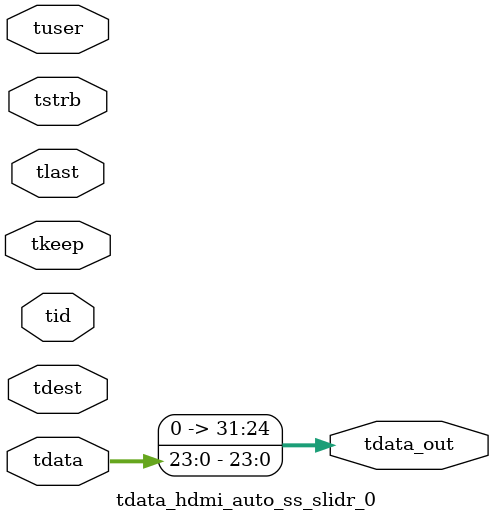
<source format=v>


`timescale 1ps/1ps

module tdata_hdmi_auto_ss_slidr_0 #
(
parameter C_S_AXIS_TDATA_WIDTH = 32,
parameter C_S_AXIS_TUSER_WIDTH = 0,
parameter C_S_AXIS_TID_WIDTH   = 0,
parameter C_S_AXIS_TDEST_WIDTH = 0,
parameter C_M_AXIS_TDATA_WIDTH = 32
)
(
input  [(C_S_AXIS_TDATA_WIDTH == 0 ? 1 : C_S_AXIS_TDATA_WIDTH)-1:0     ] tdata,
input  [(C_S_AXIS_TUSER_WIDTH == 0 ? 1 : C_S_AXIS_TUSER_WIDTH)-1:0     ] tuser,
input  [(C_S_AXIS_TID_WIDTH   == 0 ? 1 : C_S_AXIS_TID_WIDTH)-1:0       ] tid,
input  [(C_S_AXIS_TDEST_WIDTH == 0 ? 1 : C_S_AXIS_TDEST_WIDTH)-1:0     ] tdest,
input  [(C_S_AXIS_TDATA_WIDTH/8)-1:0 ] tkeep,
input  [(C_S_AXIS_TDATA_WIDTH/8)-1:0 ] tstrb,
input                                                                    tlast,
output [C_M_AXIS_TDATA_WIDTH-1:0] tdata_out
);

assign tdata_out = {tdata[23:0]};

endmodule


</source>
